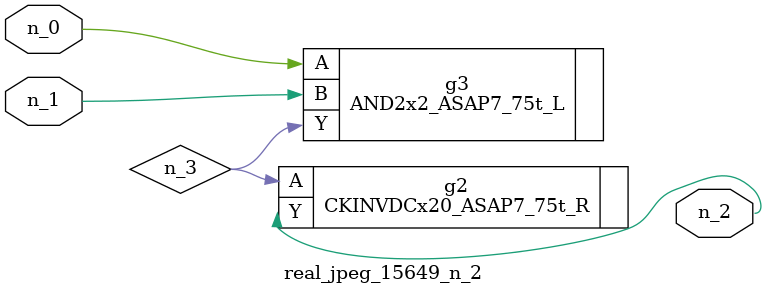
<source format=v>
module real_jpeg_15649_n_2 (n_1, n_0, n_2);

input n_1;
input n_0;

output n_2;

wire n_3;

AND2x2_ASAP7_75t_L g3 ( 
.A(n_0),
.B(n_1),
.Y(n_3)
);

CKINVDCx20_ASAP7_75t_R g2 ( 
.A(n_3),
.Y(n_2)
);


endmodule
</source>
